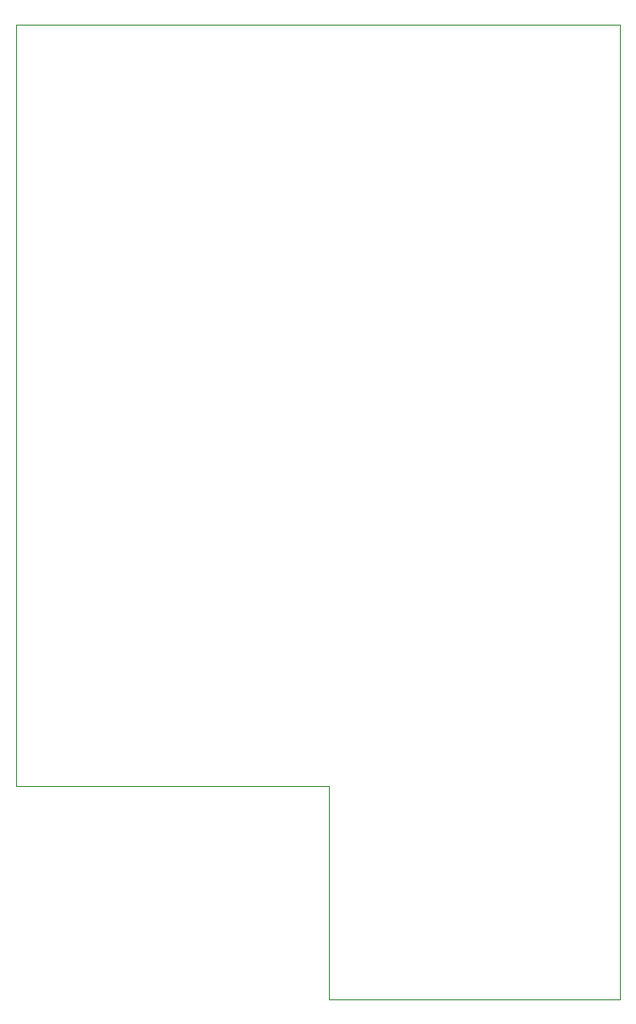
<source format=gbr>
%TF.GenerationSoftware,KiCad,Pcbnew,7.0.10*%
%TF.CreationDate,2024-12-09T12:22:18+01:00*%
%TF.ProjectId,dalmierz,64616c6d-6965-4727-9a2e-6b696361645f,rev?*%
%TF.SameCoordinates,Original*%
%TF.FileFunction,Profile,NP*%
%FSLAX46Y46*%
G04 Gerber Fmt 4.6, Leading zero omitted, Abs format (unit mm)*
G04 Created by KiCad (PCBNEW 7.0.10) date 2024-12-09 12:22:18*
%MOMM*%
%LPD*%
G01*
G04 APERTURE LIST*
%TA.AperFunction,Profile*%
%ADD10C,0.100000*%
%TD*%
G04 APERTURE END LIST*
D10*
X178000000Y-148000000D02*
X152000000Y-148000000D01*
X152000000Y-129000000D01*
X136000000Y-129000000D01*
X124000000Y-129000000D01*
X124000000Y-123000000D01*
X124000000Y-61000000D01*
X178000000Y-61000000D01*
X178000000Y-148000000D01*
M02*

</source>
